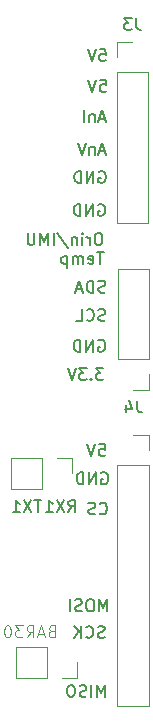
<source format=gbr>
%TF.GenerationSoftware,KiCad,Pcbnew,8.0.3*%
%TF.CreationDate,2025-02-12T02:25:28-08:00*%
%TF.ProjectId,MLU_Breakout,4d4c555f-4272-4656-916b-6f75742e6b69,rev?*%
%TF.SameCoordinates,Original*%
%TF.FileFunction,Legend,Bot*%
%TF.FilePolarity,Positive*%
%FSLAX46Y46*%
G04 Gerber Fmt 4.6, Leading zero omitted, Abs format (unit mm)*
G04 Created by KiCad (PCBNEW 8.0.3) date 2025-02-12 02:25:28*
%MOMM*%
%LPD*%
G01*
G04 APERTURE LIST*
%ADD10C,0.100000*%
%ADD11C,0.150000*%
%ADD12C,0.200000*%
%ADD13C,0.120000*%
G04 APERTURE END LIST*
D10*
X192962782Y-121148609D02*
X192819925Y-121196228D01*
X192819925Y-121196228D02*
X192772306Y-121243847D01*
X192772306Y-121243847D02*
X192724687Y-121339085D01*
X192724687Y-121339085D02*
X192724687Y-121481942D01*
X192724687Y-121481942D02*
X192772306Y-121577180D01*
X192772306Y-121577180D02*
X192819925Y-121624800D01*
X192819925Y-121624800D02*
X192915163Y-121672419D01*
X192915163Y-121672419D02*
X193296115Y-121672419D01*
X193296115Y-121672419D02*
X193296115Y-120672419D01*
X193296115Y-120672419D02*
X192962782Y-120672419D01*
X192962782Y-120672419D02*
X192867544Y-120720038D01*
X192867544Y-120720038D02*
X192819925Y-120767657D01*
X192819925Y-120767657D02*
X192772306Y-120862895D01*
X192772306Y-120862895D02*
X192772306Y-120958133D01*
X192772306Y-120958133D02*
X192819925Y-121053371D01*
X192819925Y-121053371D02*
X192867544Y-121100990D01*
X192867544Y-121100990D02*
X192962782Y-121148609D01*
X192962782Y-121148609D02*
X193296115Y-121148609D01*
X192343734Y-121386704D02*
X191867544Y-121386704D01*
X192438972Y-121672419D02*
X192105639Y-120672419D01*
X192105639Y-120672419D02*
X191772306Y-121672419D01*
X190867544Y-121672419D02*
X191200877Y-121196228D01*
X191438972Y-121672419D02*
X191438972Y-120672419D01*
X191438972Y-120672419D02*
X191058020Y-120672419D01*
X191058020Y-120672419D02*
X190962782Y-120720038D01*
X190962782Y-120720038D02*
X190915163Y-120767657D01*
X190915163Y-120767657D02*
X190867544Y-120862895D01*
X190867544Y-120862895D02*
X190867544Y-121005752D01*
X190867544Y-121005752D02*
X190915163Y-121100990D01*
X190915163Y-121100990D02*
X190962782Y-121148609D01*
X190962782Y-121148609D02*
X191058020Y-121196228D01*
X191058020Y-121196228D02*
X191438972Y-121196228D01*
X190534210Y-120672419D02*
X189915163Y-120672419D01*
X189915163Y-120672419D02*
X190248496Y-121053371D01*
X190248496Y-121053371D02*
X190105639Y-121053371D01*
X190105639Y-121053371D02*
X190010401Y-121100990D01*
X190010401Y-121100990D02*
X189962782Y-121148609D01*
X189962782Y-121148609D02*
X189915163Y-121243847D01*
X189915163Y-121243847D02*
X189915163Y-121481942D01*
X189915163Y-121481942D02*
X189962782Y-121577180D01*
X189962782Y-121577180D02*
X190010401Y-121624800D01*
X190010401Y-121624800D02*
X190105639Y-121672419D01*
X190105639Y-121672419D02*
X190391353Y-121672419D01*
X190391353Y-121672419D02*
X190486591Y-121624800D01*
X190486591Y-121624800D02*
X190534210Y-121577180D01*
X189296115Y-120672419D02*
X189200877Y-120672419D01*
X189200877Y-120672419D02*
X189105639Y-120720038D01*
X189105639Y-120720038D02*
X189058020Y-120767657D01*
X189058020Y-120767657D02*
X189010401Y-120862895D01*
X189010401Y-120862895D02*
X188962782Y-121053371D01*
X188962782Y-121053371D02*
X188962782Y-121291466D01*
X188962782Y-121291466D02*
X189010401Y-121481942D01*
X189010401Y-121481942D02*
X189058020Y-121577180D01*
X189058020Y-121577180D02*
X189105639Y-121624800D01*
X189105639Y-121624800D02*
X189200877Y-121672419D01*
X189200877Y-121672419D02*
X189296115Y-121672419D01*
X189296115Y-121672419D02*
X189391353Y-121624800D01*
X189391353Y-121624800D02*
X189438972Y-121577180D01*
X189438972Y-121577180D02*
X189486591Y-121481942D01*
X189486591Y-121481942D02*
X189534210Y-121291466D01*
X189534210Y-121291466D02*
X189534210Y-121053371D01*
X189534210Y-121053371D02*
X189486591Y-120862895D01*
X189486591Y-120862895D02*
X189438972Y-120767657D01*
X189438972Y-120767657D02*
X189391353Y-120720038D01*
X189391353Y-120720038D02*
X189296115Y-120672419D01*
D11*
X192070112Y-110069819D02*
X191498684Y-110069819D01*
X191784398Y-111069819D02*
X191784398Y-110069819D01*
X191260588Y-110069819D02*
X190593922Y-111069819D01*
X190593922Y-110069819D02*
X191260588Y-111069819D01*
X189689160Y-111069819D02*
X190260588Y-111069819D01*
X189974874Y-111069819D02*
X189974874Y-110069819D01*
X189974874Y-110069819D02*
X190070112Y-110212676D01*
X190070112Y-110212676D02*
X190165350Y-110307914D01*
X190165350Y-110307914D02*
X190260588Y-110355533D01*
X194393922Y-111069819D02*
X194727255Y-110593628D01*
X194965350Y-111069819D02*
X194965350Y-110069819D01*
X194965350Y-110069819D02*
X194584398Y-110069819D01*
X194584398Y-110069819D02*
X194489160Y-110117438D01*
X194489160Y-110117438D02*
X194441541Y-110165057D01*
X194441541Y-110165057D02*
X194393922Y-110260295D01*
X194393922Y-110260295D02*
X194393922Y-110403152D01*
X194393922Y-110403152D02*
X194441541Y-110498390D01*
X194441541Y-110498390D02*
X194489160Y-110546009D01*
X194489160Y-110546009D02*
X194584398Y-110593628D01*
X194584398Y-110593628D02*
X194965350Y-110593628D01*
X194060588Y-110069819D02*
X193393922Y-111069819D01*
X193393922Y-110069819D02*
X194060588Y-111069819D01*
X192489160Y-111069819D02*
X193060588Y-111069819D01*
X192774874Y-111069819D02*
X192774874Y-110069819D01*
X192774874Y-110069819D02*
X192870112Y-110212676D01*
X192870112Y-110212676D02*
X192965350Y-110307914D01*
X192965350Y-110307914D02*
X193060588Y-110355533D01*
X197510839Y-92442200D02*
X197367982Y-92489819D01*
X197367982Y-92489819D02*
X197129887Y-92489819D01*
X197129887Y-92489819D02*
X197034649Y-92442200D01*
X197034649Y-92442200D02*
X196987030Y-92394580D01*
X196987030Y-92394580D02*
X196939411Y-92299342D01*
X196939411Y-92299342D02*
X196939411Y-92204104D01*
X196939411Y-92204104D02*
X196987030Y-92108866D01*
X196987030Y-92108866D02*
X197034649Y-92061247D01*
X197034649Y-92061247D02*
X197129887Y-92013628D01*
X197129887Y-92013628D02*
X197320363Y-91966009D01*
X197320363Y-91966009D02*
X197415601Y-91918390D01*
X197415601Y-91918390D02*
X197463220Y-91870771D01*
X197463220Y-91870771D02*
X197510839Y-91775533D01*
X197510839Y-91775533D02*
X197510839Y-91680295D01*
X197510839Y-91680295D02*
X197463220Y-91585057D01*
X197463220Y-91585057D02*
X197415601Y-91537438D01*
X197415601Y-91537438D02*
X197320363Y-91489819D01*
X197320363Y-91489819D02*
X197082268Y-91489819D01*
X197082268Y-91489819D02*
X196939411Y-91537438D01*
X196510839Y-92489819D02*
X196510839Y-91489819D01*
X196510839Y-91489819D02*
X196272744Y-91489819D01*
X196272744Y-91489819D02*
X196129887Y-91537438D01*
X196129887Y-91537438D02*
X196034649Y-91632676D01*
X196034649Y-91632676D02*
X195987030Y-91727914D01*
X195987030Y-91727914D02*
X195939411Y-91918390D01*
X195939411Y-91918390D02*
X195939411Y-92061247D01*
X195939411Y-92061247D02*
X195987030Y-92251723D01*
X195987030Y-92251723D02*
X196034649Y-92346961D01*
X196034649Y-92346961D02*
X196129887Y-92442200D01*
X196129887Y-92442200D02*
X196272744Y-92489819D01*
X196272744Y-92489819D02*
X196510839Y-92489819D01*
X195558458Y-92204104D02*
X195082268Y-92204104D01*
X195653696Y-92489819D02*
X195320363Y-91489819D01*
X195320363Y-91489819D02*
X194987030Y-92489819D01*
X197510839Y-94842200D02*
X197367982Y-94889819D01*
X197367982Y-94889819D02*
X197129887Y-94889819D01*
X197129887Y-94889819D02*
X197034649Y-94842200D01*
X197034649Y-94842200D02*
X196987030Y-94794580D01*
X196987030Y-94794580D02*
X196939411Y-94699342D01*
X196939411Y-94699342D02*
X196939411Y-94604104D01*
X196939411Y-94604104D02*
X196987030Y-94508866D01*
X196987030Y-94508866D02*
X197034649Y-94461247D01*
X197034649Y-94461247D02*
X197129887Y-94413628D01*
X197129887Y-94413628D02*
X197320363Y-94366009D01*
X197320363Y-94366009D02*
X197415601Y-94318390D01*
X197415601Y-94318390D02*
X197463220Y-94270771D01*
X197463220Y-94270771D02*
X197510839Y-94175533D01*
X197510839Y-94175533D02*
X197510839Y-94080295D01*
X197510839Y-94080295D02*
X197463220Y-93985057D01*
X197463220Y-93985057D02*
X197415601Y-93937438D01*
X197415601Y-93937438D02*
X197320363Y-93889819D01*
X197320363Y-93889819D02*
X197082268Y-93889819D01*
X197082268Y-93889819D02*
X196939411Y-93937438D01*
X195939411Y-94794580D02*
X195987030Y-94842200D01*
X195987030Y-94842200D02*
X196129887Y-94889819D01*
X196129887Y-94889819D02*
X196225125Y-94889819D01*
X196225125Y-94889819D02*
X196367982Y-94842200D01*
X196367982Y-94842200D02*
X196463220Y-94746961D01*
X196463220Y-94746961D02*
X196510839Y-94651723D01*
X196510839Y-94651723D02*
X196558458Y-94461247D01*
X196558458Y-94461247D02*
X196558458Y-94318390D01*
X196558458Y-94318390D02*
X196510839Y-94127914D01*
X196510839Y-94127914D02*
X196463220Y-94032676D01*
X196463220Y-94032676D02*
X196367982Y-93937438D01*
X196367982Y-93937438D02*
X196225125Y-93889819D01*
X196225125Y-93889819D02*
X196129887Y-93889819D01*
X196129887Y-93889819D02*
X195987030Y-93937438D01*
X195987030Y-93937438D02*
X195939411Y-93985057D01*
X195034649Y-94889819D02*
X195510839Y-94889819D01*
X195510839Y-94889819D02*
X195510839Y-93889819D01*
X197358458Y-98889819D02*
X196739411Y-98889819D01*
X196739411Y-98889819D02*
X197072744Y-99270771D01*
X197072744Y-99270771D02*
X196929887Y-99270771D01*
X196929887Y-99270771D02*
X196834649Y-99318390D01*
X196834649Y-99318390D02*
X196787030Y-99366009D01*
X196787030Y-99366009D02*
X196739411Y-99461247D01*
X196739411Y-99461247D02*
X196739411Y-99699342D01*
X196739411Y-99699342D02*
X196787030Y-99794580D01*
X196787030Y-99794580D02*
X196834649Y-99842200D01*
X196834649Y-99842200D02*
X196929887Y-99889819D01*
X196929887Y-99889819D02*
X197215601Y-99889819D01*
X197215601Y-99889819D02*
X197310839Y-99842200D01*
X197310839Y-99842200D02*
X197358458Y-99794580D01*
X196310839Y-99794580D02*
X196263220Y-99842200D01*
X196263220Y-99842200D02*
X196310839Y-99889819D01*
X196310839Y-99889819D02*
X196358458Y-99842200D01*
X196358458Y-99842200D02*
X196310839Y-99794580D01*
X196310839Y-99794580D02*
X196310839Y-99889819D01*
X195929887Y-98889819D02*
X195310840Y-98889819D01*
X195310840Y-98889819D02*
X195644173Y-99270771D01*
X195644173Y-99270771D02*
X195501316Y-99270771D01*
X195501316Y-99270771D02*
X195406078Y-99318390D01*
X195406078Y-99318390D02*
X195358459Y-99366009D01*
X195358459Y-99366009D02*
X195310840Y-99461247D01*
X195310840Y-99461247D02*
X195310840Y-99699342D01*
X195310840Y-99699342D02*
X195358459Y-99794580D01*
X195358459Y-99794580D02*
X195406078Y-99842200D01*
X195406078Y-99842200D02*
X195501316Y-99889819D01*
X195501316Y-99889819D02*
X195787030Y-99889819D01*
X195787030Y-99889819D02*
X195882268Y-99842200D01*
X195882268Y-99842200D02*
X195929887Y-99794580D01*
X195025125Y-98889819D02*
X194691792Y-99889819D01*
X194691792Y-99889819D02*
X194358459Y-98889819D01*
X196939411Y-96537438D02*
X197034649Y-96489819D01*
X197034649Y-96489819D02*
X197177506Y-96489819D01*
X197177506Y-96489819D02*
X197320363Y-96537438D01*
X197320363Y-96537438D02*
X197415601Y-96632676D01*
X197415601Y-96632676D02*
X197463220Y-96727914D01*
X197463220Y-96727914D02*
X197510839Y-96918390D01*
X197510839Y-96918390D02*
X197510839Y-97061247D01*
X197510839Y-97061247D02*
X197463220Y-97251723D01*
X197463220Y-97251723D02*
X197415601Y-97346961D01*
X197415601Y-97346961D02*
X197320363Y-97442200D01*
X197320363Y-97442200D02*
X197177506Y-97489819D01*
X197177506Y-97489819D02*
X197082268Y-97489819D01*
X197082268Y-97489819D02*
X196939411Y-97442200D01*
X196939411Y-97442200D02*
X196891792Y-97394580D01*
X196891792Y-97394580D02*
X196891792Y-97061247D01*
X196891792Y-97061247D02*
X197082268Y-97061247D01*
X196463220Y-97489819D02*
X196463220Y-96489819D01*
X196463220Y-96489819D02*
X195891792Y-97489819D01*
X195891792Y-97489819D02*
X195891792Y-96489819D01*
X195415601Y-97489819D02*
X195415601Y-96489819D01*
X195415601Y-96489819D02*
X195177506Y-96489819D01*
X195177506Y-96489819D02*
X195034649Y-96537438D01*
X195034649Y-96537438D02*
X194939411Y-96632676D01*
X194939411Y-96632676D02*
X194891792Y-96727914D01*
X194891792Y-96727914D02*
X194844173Y-96918390D01*
X194844173Y-96918390D02*
X194844173Y-97061247D01*
X194844173Y-97061247D02*
X194891792Y-97251723D01*
X194891792Y-97251723D02*
X194939411Y-97346961D01*
X194939411Y-97346961D02*
X195034649Y-97442200D01*
X195034649Y-97442200D02*
X195177506Y-97489819D01*
X195177506Y-97489819D02*
X195415601Y-97489819D01*
D12*
X197039850Y-87457275D02*
X196849374Y-87457275D01*
X196849374Y-87457275D02*
X196754136Y-87504894D01*
X196754136Y-87504894D02*
X196658898Y-87600132D01*
X196658898Y-87600132D02*
X196611279Y-87790608D01*
X196611279Y-87790608D02*
X196611279Y-88123941D01*
X196611279Y-88123941D02*
X196658898Y-88314417D01*
X196658898Y-88314417D02*
X196754136Y-88409656D01*
X196754136Y-88409656D02*
X196849374Y-88457275D01*
X196849374Y-88457275D02*
X197039850Y-88457275D01*
X197039850Y-88457275D02*
X197135088Y-88409656D01*
X197135088Y-88409656D02*
X197230326Y-88314417D01*
X197230326Y-88314417D02*
X197277945Y-88123941D01*
X197277945Y-88123941D02*
X197277945Y-87790608D01*
X197277945Y-87790608D02*
X197230326Y-87600132D01*
X197230326Y-87600132D02*
X197135088Y-87504894D01*
X197135088Y-87504894D02*
X197039850Y-87457275D01*
X196182707Y-88457275D02*
X196182707Y-87790608D01*
X196182707Y-87981084D02*
X196135088Y-87885846D01*
X196135088Y-87885846D02*
X196087469Y-87838227D01*
X196087469Y-87838227D02*
X195992231Y-87790608D01*
X195992231Y-87790608D02*
X195896993Y-87790608D01*
X195563659Y-88457275D02*
X195563659Y-87790608D01*
X195563659Y-87457275D02*
X195611278Y-87504894D01*
X195611278Y-87504894D02*
X195563659Y-87552513D01*
X195563659Y-87552513D02*
X195516040Y-87504894D01*
X195516040Y-87504894D02*
X195563659Y-87457275D01*
X195563659Y-87457275D02*
X195563659Y-87552513D01*
X195087469Y-87790608D02*
X195087469Y-88457275D01*
X195087469Y-87885846D02*
X195039850Y-87838227D01*
X195039850Y-87838227D02*
X194944612Y-87790608D01*
X194944612Y-87790608D02*
X194801755Y-87790608D01*
X194801755Y-87790608D02*
X194706517Y-87838227D01*
X194706517Y-87838227D02*
X194658898Y-87933465D01*
X194658898Y-87933465D02*
X194658898Y-88457275D01*
X193468422Y-87409656D02*
X194325564Y-88695370D01*
X193135088Y-88457275D02*
X193135088Y-87457275D01*
X192658898Y-88457275D02*
X192658898Y-87457275D01*
X192658898Y-87457275D02*
X192325565Y-88171560D01*
X192325565Y-88171560D02*
X191992232Y-87457275D01*
X191992232Y-87457275D02*
X191992232Y-88457275D01*
X191516041Y-87457275D02*
X191516041Y-88266798D01*
X191516041Y-88266798D02*
X191468422Y-88362036D01*
X191468422Y-88362036D02*
X191420803Y-88409656D01*
X191420803Y-88409656D02*
X191325565Y-88457275D01*
X191325565Y-88457275D02*
X191135089Y-88457275D01*
X191135089Y-88457275D02*
X191039851Y-88409656D01*
X191039851Y-88409656D02*
X190992232Y-88362036D01*
X190992232Y-88362036D02*
X190944613Y-88266798D01*
X190944613Y-88266798D02*
X190944613Y-87457275D01*
X197373183Y-89067219D02*
X196801755Y-89067219D01*
X197087469Y-90067219D02*
X197087469Y-89067219D01*
X196087469Y-90019600D02*
X196182707Y-90067219D01*
X196182707Y-90067219D02*
X196373183Y-90067219D01*
X196373183Y-90067219D02*
X196468421Y-90019600D01*
X196468421Y-90019600D02*
X196516040Y-89924361D01*
X196516040Y-89924361D02*
X196516040Y-89543409D01*
X196516040Y-89543409D02*
X196468421Y-89448171D01*
X196468421Y-89448171D02*
X196373183Y-89400552D01*
X196373183Y-89400552D02*
X196182707Y-89400552D01*
X196182707Y-89400552D02*
X196087469Y-89448171D01*
X196087469Y-89448171D02*
X196039850Y-89543409D01*
X196039850Y-89543409D02*
X196039850Y-89638647D01*
X196039850Y-89638647D02*
X196516040Y-89733885D01*
X195611278Y-90067219D02*
X195611278Y-89400552D01*
X195611278Y-89495790D02*
X195563659Y-89448171D01*
X195563659Y-89448171D02*
X195468421Y-89400552D01*
X195468421Y-89400552D02*
X195325564Y-89400552D01*
X195325564Y-89400552D02*
X195230326Y-89448171D01*
X195230326Y-89448171D02*
X195182707Y-89543409D01*
X195182707Y-89543409D02*
X195182707Y-90067219D01*
X195182707Y-89543409D02*
X195135088Y-89448171D01*
X195135088Y-89448171D02*
X195039850Y-89400552D01*
X195039850Y-89400552D02*
X194896993Y-89400552D01*
X194896993Y-89400552D02*
X194801754Y-89448171D01*
X194801754Y-89448171D02*
X194754135Y-89543409D01*
X194754135Y-89543409D02*
X194754135Y-90067219D01*
X194277945Y-89400552D02*
X194277945Y-90400552D01*
X194277945Y-89448171D02*
X194182707Y-89400552D01*
X194182707Y-89400552D02*
X193992231Y-89400552D01*
X193992231Y-89400552D02*
X193896993Y-89448171D01*
X193896993Y-89448171D02*
X193849374Y-89495790D01*
X193849374Y-89495790D02*
X193801755Y-89591028D01*
X193801755Y-89591028D02*
X193801755Y-89876742D01*
X193801755Y-89876742D02*
X193849374Y-89971980D01*
X193849374Y-89971980D02*
X193896993Y-90019600D01*
X193896993Y-90019600D02*
X193992231Y-90067219D01*
X193992231Y-90067219D02*
X194182707Y-90067219D01*
X194182707Y-90067219D02*
X194277945Y-90019600D01*
D11*
X197479635Y-126719819D02*
X197479635Y-125719819D01*
X197479635Y-125719819D02*
X197146302Y-126434104D01*
X197146302Y-126434104D02*
X196812969Y-125719819D01*
X196812969Y-125719819D02*
X196812969Y-126719819D01*
X196336778Y-126719819D02*
X196336778Y-125719819D01*
X195908207Y-126672200D02*
X195765350Y-126719819D01*
X195765350Y-126719819D02*
X195527255Y-126719819D01*
X195527255Y-126719819D02*
X195432017Y-126672200D01*
X195432017Y-126672200D02*
X195384398Y-126624580D01*
X195384398Y-126624580D02*
X195336779Y-126529342D01*
X195336779Y-126529342D02*
X195336779Y-126434104D01*
X195336779Y-126434104D02*
X195384398Y-126338866D01*
X195384398Y-126338866D02*
X195432017Y-126291247D01*
X195432017Y-126291247D02*
X195527255Y-126243628D01*
X195527255Y-126243628D02*
X195717731Y-126196009D01*
X195717731Y-126196009D02*
X195812969Y-126148390D01*
X195812969Y-126148390D02*
X195860588Y-126100771D01*
X195860588Y-126100771D02*
X195908207Y-126005533D01*
X195908207Y-126005533D02*
X195908207Y-125910295D01*
X195908207Y-125910295D02*
X195860588Y-125815057D01*
X195860588Y-125815057D02*
X195812969Y-125767438D01*
X195812969Y-125767438D02*
X195717731Y-125719819D01*
X195717731Y-125719819D02*
X195479636Y-125719819D01*
X195479636Y-125719819D02*
X195336779Y-125767438D01*
X194717731Y-125719819D02*
X194527255Y-125719819D01*
X194527255Y-125719819D02*
X194432017Y-125767438D01*
X194432017Y-125767438D02*
X194336779Y-125862676D01*
X194336779Y-125862676D02*
X194289160Y-126053152D01*
X194289160Y-126053152D02*
X194289160Y-126386485D01*
X194289160Y-126386485D02*
X194336779Y-126576961D01*
X194336779Y-126576961D02*
X194432017Y-126672200D01*
X194432017Y-126672200D02*
X194527255Y-126719819D01*
X194527255Y-126719819D02*
X194717731Y-126719819D01*
X194717731Y-126719819D02*
X194812969Y-126672200D01*
X194812969Y-126672200D02*
X194908207Y-126576961D01*
X194908207Y-126576961D02*
X194955826Y-126386485D01*
X194955826Y-126386485D02*
X194955826Y-126053152D01*
X194955826Y-126053152D02*
X194908207Y-125862676D01*
X194908207Y-125862676D02*
X194812969Y-125767438D01*
X194812969Y-125767438D02*
X194717731Y-125719819D01*
X196993922Y-105319819D02*
X197470112Y-105319819D01*
X197470112Y-105319819D02*
X197517731Y-105796009D01*
X197517731Y-105796009D02*
X197470112Y-105748390D01*
X197470112Y-105748390D02*
X197374874Y-105700771D01*
X197374874Y-105700771D02*
X197136779Y-105700771D01*
X197136779Y-105700771D02*
X197041541Y-105748390D01*
X197041541Y-105748390D02*
X196993922Y-105796009D01*
X196993922Y-105796009D02*
X196946303Y-105891247D01*
X196946303Y-105891247D02*
X196946303Y-106129342D01*
X196946303Y-106129342D02*
X196993922Y-106224580D01*
X196993922Y-106224580D02*
X197041541Y-106272200D01*
X197041541Y-106272200D02*
X197136779Y-106319819D01*
X197136779Y-106319819D02*
X197374874Y-106319819D01*
X197374874Y-106319819D02*
X197470112Y-106272200D01*
X197470112Y-106272200D02*
X197517731Y-106224580D01*
X196660588Y-105319819D02*
X196327255Y-106319819D01*
X196327255Y-106319819D02*
X195993922Y-105319819D01*
X197679635Y-119469819D02*
X197679635Y-118469819D01*
X197679635Y-118469819D02*
X197346302Y-119184104D01*
X197346302Y-119184104D02*
X197012969Y-118469819D01*
X197012969Y-118469819D02*
X197012969Y-119469819D01*
X196346302Y-118469819D02*
X196155826Y-118469819D01*
X196155826Y-118469819D02*
X196060588Y-118517438D01*
X196060588Y-118517438D02*
X195965350Y-118612676D01*
X195965350Y-118612676D02*
X195917731Y-118803152D01*
X195917731Y-118803152D02*
X195917731Y-119136485D01*
X195917731Y-119136485D02*
X195965350Y-119326961D01*
X195965350Y-119326961D02*
X196060588Y-119422200D01*
X196060588Y-119422200D02*
X196155826Y-119469819D01*
X196155826Y-119469819D02*
X196346302Y-119469819D01*
X196346302Y-119469819D02*
X196441540Y-119422200D01*
X196441540Y-119422200D02*
X196536778Y-119326961D01*
X196536778Y-119326961D02*
X196584397Y-119136485D01*
X196584397Y-119136485D02*
X196584397Y-118803152D01*
X196584397Y-118803152D02*
X196536778Y-118612676D01*
X196536778Y-118612676D02*
X196441540Y-118517438D01*
X196441540Y-118517438D02*
X196346302Y-118469819D01*
X195536778Y-119422200D02*
X195393921Y-119469819D01*
X195393921Y-119469819D02*
X195155826Y-119469819D01*
X195155826Y-119469819D02*
X195060588Y-119422200D01*
X195060588Y-119422200D02*
X195012969Y-119374580D01*
X195012969Y-119374580D02*
X194965350Y-119279342D01*
X194965350Y-119279342D02*
X194965350Y-119184104D01*
X194965350Y-119184104D02*
X195012969Y-119088866D01*
X195012969Y-119088866D02*
X195060588Y-119041247D01*
X195060588Y-119041247D02*
X195155826Y-118993628D01*
X195155826Y-118993628D02*
X195346302Y-118946009D01*
X195346302Y-118946009D02*
X195441540Y-118898390D01*
X195441540Y-118898390D02*
X195489159Y-118850771D01*
X195489159Y-118850771D02*
X195536778Y-118755533D01*
X195536778Y-118755533D02*
X195536778Y-118660295D01*
X195536778Y-118660295D02*
X195489159Y-118565057D01*
X195489159Y-118565057D02*
X195441540Y-118517438D01*
X195441540Y-118517438D02*
X195346302Y-118469819D01*
X195346302Y-118469819D02*
X195108207Y-118469819D01*
X195108207Y-118469819D02*
X194965350Y-118517438D01*
X194536778Y-119469819D02*
X194536778Y-118469819D01*
X197041541Y-111174580D02*
X197089160Y-111222200D01*
X197089160Y-111222200D02*
X197232017Y-111269819D01*
X197232017Y-111269819D02*
X197327255Y-111269819D01*
X197327255Y-111269819D02*
X197470112Y-111222200D01*
X197470112Y-111222200D02*
X197565350Y-111126961D01*
X197565350Y-111126961D02*
X197612969Y-111031723D01*
X197612969Y-111031723D02*
X197660588Y-110841247D01*
X197660588Y-110841247D02*
X197660588Y-110698390D01*
X197660588Y-110698390D02*
X197612969Y-110507914D01*
X197612969Y-110507914D02*
X197565350Y-110412676D01*
X197565350Y-110412676D02*
X197470112Y-110317438D01*
X197470112Y-110317438D02*
X197327255Y-110269819D01*
X197327255Y-110269819D02*
X197232017Y-110269819D01*
X197232017Y-110269819D02*
X197089160Y-110317438D01*
X197089160Y-110317438D02*
X197041541Y-110365057D01*
X196660588Y-111222200D02*
X196517731Y-111269819D01*
X196517731Y-111269819D02*
X196279636Y-111269819D01*
X196279636Y-111269819D02*
X196184398Y-111222200D01*
X196184398Y-111222200D02*
X196136779Y-111174580D01*
X196136779Y-111174580D02*
X196089160Y-111079342D01*
X196089160Y-111079342D02*
X196089160Y-110984104D01*
X196089160Y-110984104D02*
X196136779Y-110888866D01*
X196136779Y-110888866D02*
X196184398Y-110841247D01*
X196184398Y-110841247D02*
X196279636Y-110793628D01*
X196279636Y-110793628D02*
X196470112Y-110746009D01*
X196470112Y-110746009D02*
X196565350Y-110698390D01*
X196565350Y-110698390D02*
X196612969Y-110650771D01*
X196612969Y-110650771D02*
X196660588Y-110555533D01*
X196660588Y-110555533D02*
X196660588Y-110460295D01*
X196660588Y-110460295D02*
X196612969Y-110365057D01*
X196612969Y-110365057D02*
X196565350Y-110317438D01*
X196565350Y-110317438D02*
X196470112Y-110269819D01*
X196470112Y-110269819D02*
X196232017Y-110269819D01*
X196232017Y-110269819D02*
X196089160Y-110317438D01*
X197184398Y-107767438D02*
X197279636Y-107719819D01*
X197279636Y-107719819D02*
X197422493Y-107719819D01*
X197422493Y-107719819D02*
X197565350Y-107767438D01*
X197565350Y-107767438D02*
X197660588Y-107862676D01*
X197660588Y-107862676D02*
X197708207Y-107957914D01*
X197708207Y-107957914D02*
X197755826Y-108148390D01*
X197755826Y-108148390D02*
X197755826Y-108291247D01*
X197755826Y-108291247D02*
X197708207Y-108481723D01*
X197708207Y-108481723D02*
X197660588Y-108576961D01*
X197660588Y-108576961D02*
X197565350Y-108672200D01*
X197565350Y-108672200D02*
X197422493Y-108719819D01*
X197422493Y-108719819D02*
X197327255Y-108719819D01*
X197327255Y-108719819D02*
X197184398Y-108672200D01*
X197184398Y-108672200D02*
X197136779Y-108624580D01*
X197136779Y-108624580D02*
X197136779Y-108291247D01*
X197136779Y-108291247D02*
X197327255Y-108291247D01*
X196708207Y-108719819D02*
X196708207Y-107719819D01*
X196708207Y-107719819D02*
X196136779Y-108719819D01*
X196136779Y-108719819D02*
X196136779Y-107719819D01*
X195660588Y-108719819D02*
X195660588Y-107719819D01*
X195660588Y-107719819D02*
X195422493Y-107719819D01*
X195422493Y-107719819D02*
X195279636Y-107767438D01*
X195279636Y-107767438D02*
X195184398Y-107862676D01*
X195184398Y-107862676D02*
X195136779Y-107957914D01*
X195136779Y-107957914D02*
X195089160Y-108148390D01*
X195089160Y-108148390D02*
X195089160Y-108291247D01*
X195089160Y-108291247D02*
X195136779Y-108481723D01*
X195136779Y-108481723D02*
X195184398Y-108576961D01*
X195184398Y-108576961D02*
X195279636Y-108672200D01*
X195279636Y-108672200D02*
X195422493Y-108719819D01*
X195422493Y-108719819D02*
X195660588Y-108719819D01*
X197460588Y-121672200D02*
X197317731Y-121719819D01*
X197317731Y-121719819D02*
X197079636Y-121719819D01*
X197079636Y-121719819D02*
X196984398Y-121672200D01*
X196984398Y-121672200D02*
X196936779Y-121624580D01*
X196936779Y-121624580D02*
X196889160Y-121529342D01*
X196889160Y-121529342D02*
X196889160Y-121434104D01*
X196889160Y-121434104D02*
X196936779Y-121338866D01*
X196936779Y-121338866D02*
X196984398Y-121291247D01*
X196984398Y-121291247D02*
X197079636Y-121243628D01*
X197079636Y-121243628D02*
X197270112Y-121196009D01*
X197270112Y-121196009D02*
X197365350Y-121148390D01*
X197365350Y-121148390D02*
X197412969Y-121100771D01*
X197412969Y-121100771D02*
X197460588Y-121005533D01*
X197460588Y-121005533D02*
X197460588Y-120910295D01*
X197460588Y-120910295D02*
X197412969Y-120815057D01*
X197412969Y-120815057D02*
X197365350Y-120767438D01*
X197365350Y-120767438D02*
X197270112Y-120719819D01*
X197270112Y-120719819D02*
X197032017Y-120719819D01*
X197032017Y-120719819D02*
X196889160Y-120767438D01*
X195889160Y-121624580D02*
X195936779Y-121672200D01*
X195936779Y-121672200D02*
X196079636Y-121719819D01*
X196079636Y-121719819D02*
X196174874Y-121719819D01*
X196174874Y-121719819D02*
X196317731Y-121672200D01*
X196317731Y-121672200D02*
X196412969Y-121576961D01*
X196412969Y-121576961D02*
X196460588Y-121481723D01*
X196460588Y-121481723D02*
X196508207Y-121291247D01*
X196508207Y-121291247D02*
X196508207Y-121148390D01*
X196508207Y-121148390D02*
X196460588Y-120957914D01*
X196460588Y-120957914D02*
X196412969Y-120862676D01*
X196412969Y-120862676D02*
X196317731Y-120767438D01*
X196317731Y-120767438D02*
X196174874Y-120719819D01*
X196174874Y-120719819D02*
X196079636Y-120719819D01*
X196079636Y-120719819D02*
X195936779Y-120767438D01*
X195936779Y-120767438D02*
X195889160Y-120815057D01*
X195460588Y-121719819D02*
X195460588Y-120719819D01*
X194889160Y-121719819D02*
X195317731Y-121148390D01*
X194889160Y-120719819D02*
X195460588Y-121291247D01*
X196939411Y-85042238D02*
X197034649Y-84994619D01*
X197034649Y-84994619D02*
X197177506Y-84994619D01*
X197177506Y-84994619D02*
X197320363Y-85042238D01*
X197320363Y-85042238D02*
X197415601Y-85137476D01*
X197415601Y-85137476D02*
X197463220Y-85232714D01*
X197463220Y-85232714D02*
X197510839Y-85423190D01*
X197510839Y-85423190D02*
X197510839Y-85566047D01*
X197510839Y-85566047D02*
X197463220Y-85756523D01*
X197463220Y-85756523D02*
X197415601Y-85851761D01*
X197415601Y-85851761D02*
X197320363Y-85947000D01*
X197320363Y-85947000D02*
X197177506Y-85994619D01*
X197177506Y-85994619D02*
X197082268Y-85994619D01*
X197082268Y-85994619D02*
X196939411Y-85947000D01*
X196939411Y-85947000D02*
X196891792Y-85899380D01*
X196891792Y-85899380D02*
X196891792Y-85566047D01*
X196891792Y-85566047D02*
X197082268Y-85566047D01*
X196463220Y-85994619D02*
X196463220Y-84994619D01*
X196463220Y-84994619D02*
X195891792Y-85994619D01*
X195891792Y-85994619D02*
X195891792Y-84994619D01*
X195415601Y-85994619D02*
X195415601Y-84994619D01*
X195415601Y-84994619D02*
X195177506Y-84994619D01*
X195177506Y-84994619D02*
X195034649Y-85042238D01*
X195034649Y-85042238D02*
X194939411Y-85137476D01*
X194939411Y-85137476D02*
X194891792Y-85232714D01*
X194891792Y-85232714D02*
X194844173Y-85423190D01*
X194844173Y-85423190D02*
X194844173Y-85566047D01*
X194844173Y-85566047D02*
X194891792Y-85756523D01*
X194891792Y-85756523D02*
X194939411Y-85851761D01*
X194939411Y-85851761D02*
X195034649Y-85947000D01*
X195034649Y-85947000D02*
X195177506Y-85994619D01*
X195177506Y-85994619D02*
X195415601Y-85994619D01*
X197510839Y-80527304D02*
X197034649Y-80527304D01*
X197606077Y-80813019D02*
X197272744Y-79813019D01*
X197272744Y-79813019D02*
X196939411Y-80813019D01*
X196606077Y-80146352D02*
X196606077Y-80813019D01*
X196606077Y-80241590D02*
X196558458Y-80193971D01*
X196558458Y-80193971D02*
X196463220Y-80146352D01*
X196463220Y-80146352D02*
X196320363Y-80146352D01*
X196320363Y-80146352D02*
X196225125Y-80193971D01*
X196225125Y-80193971D02*
X196177506Y-80289209D01*
X196177506Y-80289209D02*
X196177506Y-80813019D01*
X195844172Y-79813019D02*
X195510839Y-80813019D01*
X195510839Y-80813019D02*
X195177506Y-79813019D01*
X197510839Y-77784104D02*
X197034649Y-77784104D01*
X197606077Y-78069819D02*
X197272744Y-77069819D01*
X197272744Y-77069819D02*
X196939411Y-78069819D01*
X196606077Y-77403152D02*
X196606077Y-78069819D01*
X196606077Y-77498390D02*
X196558458Y-77450771D01*
X196558458Y-77450771D02*
X196463220Y-77403152D01*
X196463220Y-77403152D02*
X196320363Y-77403152D01*
X196320363Y-77403152D02*
X196225125Y-77450771D01*
X196225125Y-77450771D02*
X196177506Y-77546009D01*
X196177506Y-77546009D02*
X196177506Y-78069819D01*
X195701315Y-78069819D02*
X195701315Y-77069819D01*
X197037830Y-71888219D02*
X197514020Y-71888219D01*
X197514020Y-71888219D02*
X197561639Y-72364409D01*
X197561639Y-72364409D02*
X197514020Y-72316790D01*
X197514020Y-72316790D02*
X197418782Y-72269171D01*
X197418782Y-72269171D02*
X197180687Y-72269171D01*
X197180687Y-72269171D02*
X197085449Y-72316790D01*
X197085449Y-72316790D02*
X197037830Y-72364409D01*
X197037830Y-72364409D02*
X196990211Y-72459647D01*
X196990211Y-72459647D02*
X196990211Y-72697742D01*
X196990211Y-72697742D02*
X197037830Y-72792980D01*
X197037830Y-72792980D02*
X197085449Y-72840600D01*
X197085449Y-72840600D02*
X197180687Y-72888219D01*
X197180687Y-72888219D02*
X197418782Y-72888219D01*
X197418782Y-72888219D02*
X197514020Y-72840600D01*
X197514020Y-72840600D02*
X197561639Y-72792980D01*
X196704496Y-71888219D02*
X196371163Y-72888219D01*
X196371163Y-72888219D02*
X196037830Y-71888219D01*
X197088630Y-74479019D02*
X197564820Y-74479019D01*
X197564820Y-74479019D02*
X197612439Y-74955209D01*
X197612439Y-74955209D02*
X197564820Y-74907590D01*
X197564820Y-74907590D02*
X197469582Y-74859971D01*
X197469582Y-74859971D02*
X197231487Y-74859971D01*
X197231487Y-74859971D02*
X197136249Y-74907590D01*
X197136249Y-74907590D02*
X197088630Y-74955209D01*
X197088630Y-74955209D02*
X197041011Y-75050447D01*
X197041011Y-75050447D02*
X197041011Y-75288542D01*
X197041011Y-75288542D02*
X197088630Y-75383780D01*
X197088630Y-75383780D02*
X197136249Y-75431400D01*
X197136249Y-75431400D02*
X197231487Y-75479019D01*
X197231487Y-75479019D02*
X197469582Y-75479019D01*
X197469582Y-75479019D02*
X197564820Y-75431400D01*
X197564820Y-75431400D02*
X197612439Y-75383780D01*
X196755296Y-74479019D02*
X196421963Y-75479019D01*
X196421963Y-75479019D02*
X196088630Y-74479019D01*
X196990211Y-82248238D02*
X197085449Y-82200619D01*
X197085449Y-82200619D02*
X197228306Y-82200619D01*
X197228306Y-82200619D02*
X197371163Y-82248238D01*
X197371163Y-82248238D02*
X197466401Y-82343476D01*
X197466401Y-82343476D02*
X197514020Y-82438714D01*
X197514020Y-82438714D02*
X197561639Y-82629190D01*
X197561639Y-82629190D02*
X197561639Y-82772047D01*
X197561639Y-82772047D02*
X197514020Y-82962523D01*
X197514020Y-82962523D02*
X197466401Y-83057761D01*
X197466401Y-83057761D02*
X197371163Y-83153000D01*
X197371163Y-83153000D02*
X197228306Y-83200619D01*
X197228306Y-83200619D02*
X197133068Y-83200619D01*
X197133068Y-83200619D02*
X196990211Y-83153000D01*
X196990211Y-83153000D02*
X196942592Y-83105380D01*
X196942592Y-83105380D02*
X196942592Y-82772047D01*
X196942592Y-82772047D02*
X197133068Y-82772047D01*
X196514020Y-83200619D02*
X196514020Y-82200619D01*
X196514020Y-82200619D02*
X195942592Y-83200619D01*
X195942592Y-83200619D02*
X195942592Y-82200619D01*
X195466401Y-83200619D02*
X195466401Y-82200619D01*
X195466401Y-82200619D02*
X195228306Y-82200619D01*
X195228306Y-82200619D02*
X195085449Y-82248238D01*
X195085449Y-82248238D02*
X194990211Y-82343476D01*
X194990211Y-82343476D02*
X194942592Y-82438714D01*
X194942592Y-82438714D02*
X194894973Y-82629190D01*
X194894973Y-82629190D02*
X194894973Y-82772047D01*
X194894973Y-82772047D02*
X194942592Y-82962523D01*
X194942592Y-82962523D02*
X194990211Y-83057761D01*
X194990211Y-83057761D02*
X195085449Y-83153000D01*
X195085449Y-83153000D02*
X195228306Y-83200619D01*
X195228306Y-83200619D02*
X195466401Y-83200619D01*
X200215333Y-101644819D02*
X200215333Y-102359104D01*
X200215333Y-102359104D02*
X200262952Y-102501961D01*
X200262952Y-102501961D02*
X200358190Y-102597200D01*
X200358190Y-102597200D02*
X200501047Y-102644819D01*
X200501047Y-102644819D02*
X200596285Y-102644819D01*
X199310571Y-101978152D02*
X199310571Y-102644819D01*
X199548666Y-101597200D02*
X199786761Y-102311485D01*
X199786761Y-102311485D02*
X199167714Y-102311485D01*
X200133333Y-69264819D02*
X200133333Y-69979104D01*
X200133333Y-69979104D02*
X200180952Y-70121961D01*
X200180952Y-70121961D02*
X200276190Y-70217200D01*
X200276190Y-70217200D02*
X200419047Y-70264819D01*
X200419047Y-70264819D02*
X200514285Y-70264819D01*
X199752380Y-69264819D02*
X199133333Y-69264819D01*
X199133333Y-69264819D02*
X199466666Y-69645771D01*
X199466666Y-69645771D02*
X199323809Y-69645771D01*
X199323809Y-69645771D02*
X199228571Y-69693390D01*
X199228571Y-69693390D02*
X199180952Y-69741009D01*
X199180952Y-69741009D02*
X199133333Y-69836247D01*
X199133333Y-69836247D02*
X199133333Y-70074342D01*
X199133333Y-70074342D02*
X199180952Y-70169580D01*
X199180952Y-70169580D02*
X199228571Y-70217200D01*
X199228571Y-70217200D02*
X199323809Y-70264819D01*
X199323809Y-70264819D02*
X199609523Y-70264819D01*
X199609523Y-70264819D02*
X199704761Y-70217200D01*
X199704761Y-70217200D02*
X199752380Y-70169580D01*
D13*
%TO.C,J8*%
X189530000Y-109130000D02*
X192130000Y-109130000D01*
X192130000Y-106470000D02*
X192130000Y-109130000D01*
X189530000Y-106470000D02*
X189530000Y-109130000D01*
X194730000Y-106470000D02*
X194730000Y-107800000D01*
X193400000Y-106470000D02*
X194730000Y-106470000D01*
X189530000Y-106470000D02*
X192130000Y-106470000D01*
%TO.C,J6*%
X195155000Y-123800000D02*
X195155000Y-125130000D01*
X195155000Y-125130000D02*
X193825000Y-125130000D01*
X189955000Y-125130000D02*
X192555000Y-125130000D01*
X192555000Y-122470000D02*
X192555000Y-125130000D01*
X189955000Y-122470000D02*
X189955000Y-125130000D01*
X189955000Y-122470000D02*
X192555000Y-122470000D01*
%TO.C,J4*%
X198552000Y-90470000D02*
X198552000Y-98150000D01*
X201212000Y-98150000D02*
X198552000Y-98150000D01*
X201212000Y-90470000D02*
X198552000Y-90470000D01*
X201212000Y-100750000D02*
X199882000Y-100750000D01*
X201212000Y-99420000D02*
X201212000Y-100750000D01*
X201212000Y-90470000D02*
X201212000Y-98150000D01*
%TO.C,J3*%
X201130000Y-86610000D02*
X201130000Y-73850000D01*
X198470000Y-73850000D02*
X201130000Y-73850000D01*
X198470000Y-86610000D02*
X201130000Y-86610000D01*
X198470000Y-71250000D02*
X199800000Y-71250000D01*
X198470000Y-72580000D02*
X198470000Y-71250000D01*
X198470000Y-86610000D02*
X198470000Y-73850000D01*
%TO.C,J9*%
X198527000Y-127500000D02*
X198527000Y-107120000D01*
X198527000Y-127500000D02*
X201187000Y-127500000D01*
X198527000Y-107120000D02*
X201187000Y-107120000D01*
X201187000Y-127500000D02*
X201187000Y-107120000D01*
X201187000Y-104520000D02*
X201187000Y-105850000D01*
X199857000Y-104520000D02*
X201187000Y-104520000D01*
%TD*%
M02*

</source>
